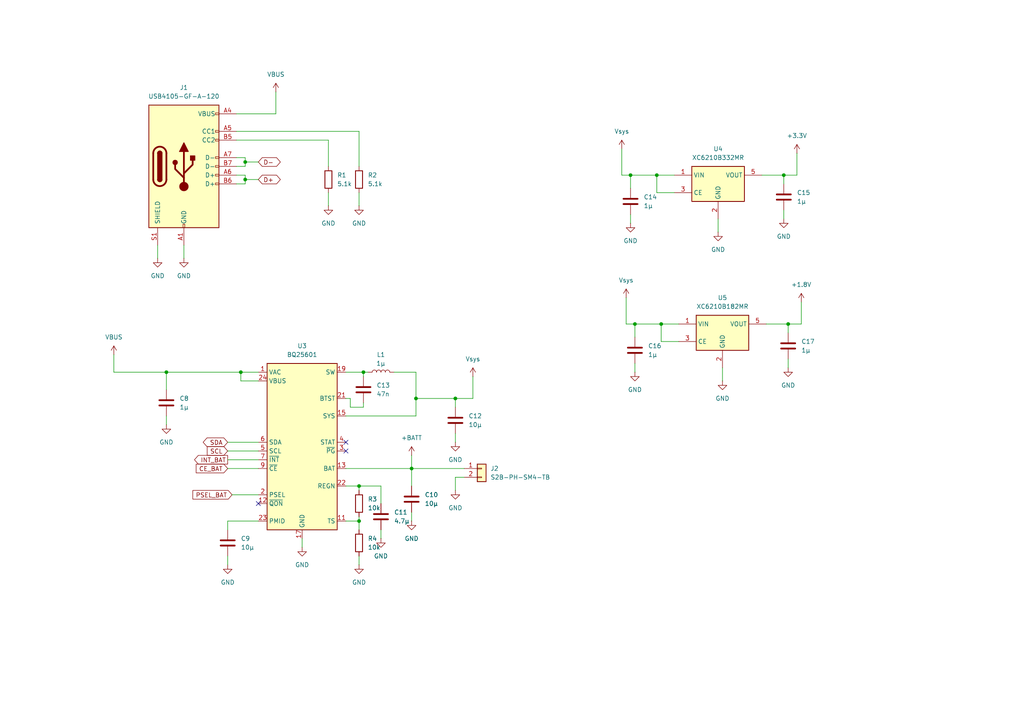
<source format=kicad_sch>
(kicad_sch (version 20250114) (generator "eeschema") (generator_version "9.0")
  (paper "A4")
  (lib_symbols
    (symbol "Battery_Management:BQ25601"
      (property "Reference" "U" (at -8.89 26.67 0))
      (property "Value" "BQ25601" (at 6.35 26.67 0))
      (symbol "BQ25601_0_1"
        (rectangle (start -10.16 -22.86) (end 10.16 25.4) (stroke (width 0.254)) (fill (type background)))
      )
      (symbol "BQ25601_1_1"
        (pin input line (at -12.7 22.86 0) (length 2.54) (name "VAC") (number "1"))
        (pin power_in line (at -12.7 20.32 0) (length 2.54) (name "VBUS") (number "24"))
        (pin bidirectional line (at -12.7 2.54 0) (length 2.54) (name "SDA") (number "6"))
        (pin input line (at -12.7 0 0) (length 2.54) (name "SCL") (number "5"))
        (pin open_collector line (at -12.7 -2.54 0) (length 2.54) (name "~{INT}") (number "7"))
        (pin input line (at -12.7 -5.08 0) (length 2.54) (name "~{CE}") (number "9"))
        (pin input line (at -12.7 -12.7 0) (length 2.54) (name "PSEL") (number "2"))
        (pin input line (at -12.7 -15.24 0) (length 2.54) (name "~{QON}") (number "12"))
        (pin passive line (at -12.7 -20.32 0) (length 2.54) (name "PMID") (number "23"))
        (pin no_connect line (at -10.16 15.24 0) (length 2.54) (hide yes) (name "NC") (number "8"))
        (pin no_connect line (at -10.16 12.7 0) (length 2.54) (hide yes) (name "NC") (number "10"))
        (pin power_in line (at 0 -25.4 90) (length 2.54) (name "GND") (number "17"))
        (pin passive line (at 0 -25.4 90) (length 2.54) (hide yes) (name "GND") (number "18"))
        (pin passive line (at 0 -25.4 90) (length 2.54) (hide yes) (name "GND") (number "25"))
        (pin passive line (at 12.7 22.86 180) (length 2.54) (name "SW") (number "19"))
        (pin passive line (at 12.7 22.86 180) (length 2.54) (hide yes) (name "SW") (number "20"))
        (pin input line (at 12.7 15.24 180) (length 2.54) (name "BTST") (number "21"))
        (pin passive line (at 12.7 10.16 180) (length 2.54) (name "SYS") (number "15"))
        (pin passive line (at 12.7 10.16 180) (length 2.54) (hide yes) (name "SYS") (number "16"))
        (pin open_collector line (at 12.7 2.54 180) (length 2.54) (name "STAT") (number "4"))
        (pin open_collector line (at 12.7 0 180) (length 2.54) (name "~{PG}") (number "3"))
        (pin power_in line (at 12.7 -5.08 180) (length 2.54) (name "BAT") (number "13"))
        (pin passive line (at 12.7 -5.08 180) (length 2.54) (hide yes) (name "BAT") (number "14"))
        (pin passive line (at 12.7 -10.16 180) (length 2.54) (name "REGN") (number "22"))
        (pin passive line (at 12.7 -20.32 180) (length 2.54) (name "TS") (number "11"))
      )
    )
    (symbol "Connector:USB_C_Receptacle_USB2.0_14P" (pin_names (offset 1.016))
      (property "Reference" "J" (at 0 22.225 0))
      (property "Value" "USB_C_Receptacle_USB2.0_14P" (at 0 19.685 0))
      (symbol "USB_C_Receptacle_USB2.0_14P_0_0"
        (rectangle (start -0.254 -17.78) (end 0.254 -16.764))
        (rectangle (start 10.16 15.494) (end 9.144 14.986))
        (rectangle (start 10.16 10.414) (end 9.144 9.906))
        (rectangle (start 10.16 7.874) (end 9.144 7.366))
        (rectangle (start 10.16 2.794) (end 9.144 2.286))
        (rectangle (start 10.16 0.254) (end 9.144 -0.254))
        (rectangle (start 10.16 -2.286) (end 9.144 -2.794))
        (rectangle (start 10.16 -4.826) (end 9.144 -5.334))
      )
      (symbol "USB_C_Receptacle_USB2.0_14P_0_1"
        (rectangle (start -10.16 17.78) (end 10.16 -17.78) (stroke (width 0.254)) (fill (type background)))
        (polyline (pts (xy -8.89 -3.81) (xy -8.89 3.81)) (stroke (width 0.508)))
        (rectangle (start -7.62 -3.81) (end -6.35 3.81) (stroke (width 0.254)) (fill (type outline)))
        (arc (start -7.62 3.81) (mid -6.985 4.4423) (end -6.35 3.81) (stroke (width 0.254)))
        (arc (start -7.62 3.81) (mid -6.985 4.4423) (end -6.35 3.81) (stroke (width 0.254)) (fill (type outline)))
        (arc (start -8.89 3.81) (mid -6.985 5.7067) (end -5.08 3.81) (stroke (width 0.508)))
        (arc (start -5.08 -3.81) (mid -6.985 -5.7067) (end -8.89 -3.81) (stroke (width 0.508)))
        (arc (start -6.35 -3.81) (mid -6.985 -4.4423) (end -7.62 -3.81) (stroke (width 0.254)))
        (arc (start -6.35 -3.81) (mid -6.985 -4.4423) (end -7.62 -3.81) (stroke (width 0.254)) (fill (type outline)))
        (polyline (pts (xy -5.08 3.81) (xy -5.08 -3.81)) (stroke (width 0.508)))
        (circle (center -2.54 1.143) (radius 0.635) (stroke (width 0.254)) (fill (type outline)))
        (polyline (pts (xy -1.27 4.318) (xy 0 6.858) (xy 1.27 4.318) (xy -1.27 4.318)) (stroke (width 0.254)) (fill (type outline)))
        (polyline (pts (xy 0 -2.032) (xy 2.54 0.508) (xy 2.54 1.778)) (stroke (width 0.508)))
        (polyline (pts (xy 0 -3.302) (xy -2.54 -0.762) (xy -2.54 0.508)) (stroke (width 0.508)))
        (polyline (pts (xy 0 -5.842) (xy 0 4.318)) (stroke (width 0.508)))
        (circle (center 0 -5.842) (radius 1.27) (fill (type outline)))
        (rectangle (start 1.905 1.778) (end 3.175 3.048) (stroke (width 0.254)) (fill (type outline)))
      )
      (symbol "USB_C_Receptacle_USB2.0_14P_1_1"
        (pin passive line (at -7.62 -22.86 90) (length 5.08) (name "SHIELD") (number "S1"))
        (pin passive line (at 0 -22.86 90) (length 5.08) (name "GND") (number "A1"))
        (pin passive line (at 0 -22.86 90) (length 5.08) (hide yes) (name "GND") (number "A12"))
        (pin passive line (at 0 -22.86 90) (length 5.08) (hide yes) (name "GND") (number "B1"))
        (pin passive line (at 0 -22.86 90) (length 5.08) (hide yes) (name "GND") (number "B12"))
        (pin passive line (at 15.24 15.24 180) (length 5.08) (name "VBUS") (number "A4"))
        (pin passive line (at 15.24 15.24 180) (length 5.08) (hide yes) (name "VBUS") (number "A9"))
        (pin passive line (at 15.24 15.24 180) (length 5.08) (hide yes) (name "VBUS") (number "B4"))
        (pin passive line (at 15.24 15.24 180) (length 5.08) (hide yes) (name "VBUS") (number "B9"))
        (pin bidirectional line (at 15.24 10.16 180) (length 5.08) (name "CC1") (number "A5"))
        (pin bidirectional line (at 15.24 7.62 180) (length 5.08) (name "CC2") (number "B5"))
        (pin bidirectional line (at 15.24 2.54 180) (length 5.08) (name "D-") (number "A7"))
        (pin bidirectional line (at 15.24 0 180) (length 5.08) (name "D-") (number "B7"))
        (pin bidirectional line (at 15.24 -2.54 180) (length 5.08) (name "D+") (number "A6"))
        (pin bidirectional line (at 15.24 -5.08 180) (length 5.08) (name "D+") (number "B6"))
      )
    )
    (symbol "Connector_Generic:Conn_01x02" (pin_names (offset 1.016) (hide yes))
      (property "Reference" "J" (at 0 2.54 0))
      (property "Value" "Conn_01x02" (at 0 -5.08 0))
      (symbol "Conn_01x02_1_1"
        (rectangle (start -1.27 1.27) (end 1.27 -3.81) (stroke (width 0.254)) (fill (type background)))
        (rectangle (start -1.27 0.127) (end 0 -0.127) (stroke (width 0.1524)))
        (rectangle (start -1.27 -2.413) (end 0 -2.667) (stroke (width 0.1524)))
        (pin passive line (at -5.08 0 0) (length 3.81) (name "Pin_1") (number "1"))
        (pin passive line (at -5.08 -2.54 0) (length 3.81) (name "Pin_2") (number "2"))
      )
    )
    (symbol "Device:C" (pin_numbers (hide yes)) (pin_names (offset 0.254))
      (property "Reference" "C" (at 0.635 2.54 0))
      (property "Value" "C" (at 0.635 -2.54 0))
      (symbol "C_0_1"
        (polyline (pts (xy -2.032 0.762) (xy 2.032 0.762)) (stroke (width 0.508)))
        (polyline (pts (xy -2.032 -0.762) (xy 2.032 -0.762)) (stroke (width 0.508)))
      )
      (symbol "C_1_1"
        (pin passive line (at 0 3.81 270) (length 2.794) (name "~") (number "1"))
        (pin passive line (at 0 -3.81 90) (length 2.794) (name "~") (number "2"))
      )
    )
    (symbol "Device:L" (pin_numbers (hide yes)) (pin_names (offset 1.016) (hide yes))
      (property "Reference" "L" (at -1.27 0 90))
      (property "Value" "L" (at 1.905 0 90))
      (symbol "L_0_1"
        (arc (start 0 2.54) (mid 0.6323 1.905) (end 0 1.27))
        (arc (start 0 1.27) (mid 0.6323 0.635) (end 0 0))
        (arc (start 0 0) (mid 0.6323 -0.635) (end 0 -1.27))
        (arc (start 0 -1.27) (mid 0.6323 -1.905) (end 0 -2.54))
      )
      (symbol "L_1_1"
        (pin passive line (at 0 3.81 270) (length 1.27) (name "1") (number "1"))
        (pin passive line (at 0 -3.81 90) (length 1.27) (name "2") (number "2"))
      )
    )
    (symbol "Device:R" (pin_numbers (hide yes)) (pin_names (offset 0))
      (property "Reference" "R" (at 2.032 0 90))
      (property "Value" "R" (at 0 0 90))
      (symbol "R_0_1"
        (rectangle (start -1.016 -2.54) (end 1.016 2.54) (stroke (width 0.254)))
      )
      (symbol "R_1_1"
        (pin passive line (at 0 3.81 270) (length 1.27) (name "~") (number "1"))
        (pin passive line (at 0 -3.81 90) (length 1.27) (name "~") (number "2"))
      )
    )
    (symbol "Regulator_Linear:XC6210B332MR"
      (property "Reference" "U" (at 0 8.89 0))
      (property "Value" "XC6210B332MR" (at 0 6.35 0))
      (symbol "XC6210B332MR_0_1"
        (rectangle (start -7.62 5.08) (end 7.62 -5.08) (stroke (width 0.254)) (fill (type background)))
      )
      (symbol "XC6210B332MR_1_1"
        (pin power_in line (at -12.7 2.54 0) (length 5.08) (name "VIN") (number "1"))
        (pin input line (at -12.7 -2.54 0) (length 5.08) (name "CE") (number "3"))
        (pin power_in line (at 0 -10.16 90) (length 5.08) (name "GND") (number "2"))
        (pin no_connect line (at 7.62 -2.54 180) (length 5.08) (hide yes) (name "NC") (number "4"))
        (pin power_out line (at 12.7 2.54 180) (length 5.08) (name "VOUT") (number "5"))
      )
    )
    (symbol "power:+3.3V" (power) (pin_numbers (hide yes)) (pin_names (offset 0) (hide yes))
      (property "Value" "+3.3V" (at 0 3.556 0))
      (symbol "+3.3V_0_1"
        (polyline (pts (xy -0.762 1.27) (xy 0 2.54)))
        (polyline (pts (xy 0 2.54) (xy 0.762 1.27)))
        (polyline (pts (xy 0 0) (xy 0 2.54)))
      )
      (symbol "+3.3V_1_1"
        (pin power_in line (at 0 0 90) (length 0) (name "~") (number "1"))
      )
    )
    (symbol "power:+BATT" (power) (pin_numbers (hide yes)) (pin_names (offset 0) (hide yes))
      (property "Value" "+BATT" (at 0 3.556 0))
      (symbol "+BATT_0_1"
        (polyline (pts (xy -0.762 1.27) (xy 0 2.54)))
        (polyline (pts (xy 0 2.54) (xy 0.762 1.27)))
        (polyline (pts (xy 0 0) (xy 0 2.54)))
      )
      (symbol "+BATT_1_1"
        (pin power_in line (at 0 0 90) (length 0) (name "~") (number "1"))
      )
    )
    (symbol "power:GND" (power) (pin_numbers (hide yes)) (pin_names (offset 0) (hide yes))
      (property "Value" "GND" (at 0 -3.81 0))
      (symbol "GND_0_1"
        (polyline (pts (xy 0 0) (xy 0 -1.27) (xy 1.27 -1.27) (xy 0 -2.54) (xy -1.27 -1.27) (xy 0 -1.27)))
      )
      (symbol "GND_1_1"
        (pin power_in line (at 0 0 270) (length 0) (name "~") (number "1"))
      )
    )
    (symbol "power:VBUS" (power) (pin_numbers (hide yes)) (pin_names (offset 0) (hide yes))
      (property "Value" "VBUS" (at 0 3.556 0))
      (symbol "VBUS_0_1"
        (polyline (pts (xy -0.762 1.27) (xy 0 2.54)))
        (polyline (pts (xy 0 2.54) (xy 0.762 1.27)))
        (polyline (pts (xy 0 0) (xy 0 2.54)))
      )
      (symbol "VBUS_1_1"
        (pin power_in line (at 0 0 90) (length 0) (name "~") (number "1"))
      )
    )
  )
  (junction (at 182.88 50.8))
  (junction (at 71.12 52.07))
  (junction (at 48.26 107.95))
  (junction (at 227.33 50.8))
  (junction (at 104.14 151.13))
  (junction (at 184.15 93.98))
  (junction (at 69.85 107.95))
  (junction (at 120.65 115.57))
  (junction (at 105.41 107.95))
  (junction (at 104.14 140.97))
  (junction (at 190.5 50.8))
  (junction (at 132.08 115.57))
  (junction (at 228.6 93.98))
  (junction (at 119.38 135.89))
  (junction (at 71.12 46.99))
  (junction (at 191.77 93.98))
  (no_connect (at 100.33 128.27))
  (no_connect (at 100.33 130.81))
  (no_connect (at 74.93 146.05))
  (wire (pts (xy 66.04 130.81) (xy 74.93 130.81)))
  (wire (pts (xy 184.15 105.41) (xy 184.15 107.95)))
  (wire (pts (xy 196.85 93.98) (xy 191.77 93.98)))
  (wire (pts (xy 228.6 93.98) (xy 232.41 93.98)))
  (wire (pts (xy 48.26 120.65) (xy 48.26 123.19)))
  (wire (pts (xy 95.25 48.26) (xy 95.25 40.64)))
  (wire (pts (xy 184.15 93.98) (xy 184.15 97.79)))
  (wire (pts (xy 184.15 93.98) (xy 181.61 93.98)))
  (wire (pts (xy 119.38 132.08) (xy 119.38 135.89)))
  (wire (pts (xy 68.58 33.02) (xy 80.01 33.02)))
  (wire (pts (xy 104.14 140.97) (xy 104.14 142.24)))
  (wire (pts (xy 105.41 107.95) (xy 105.41 109.22)))
  (wire (pts (xy 80.01 33.02) (xy 80.01 26.67)))
  (wire (pts (xy 134.62 138.43) (xy 132.08 138.43)))
  (wire (pts (xy 101.6 118.11) (xy 101.6 115.57)))
  (wire (pts (xy 190.5 55.88) (xy 190.5 50.8)))
  (wire (pts (xy 119.38 148.59) (xy 119.38 151.13)))
  (wire (pts (xy 100.33 115.57) (xy 101.6 115.57)))
  (wire (pts (xy 100.33 135.89) (xy 119.38 135.89)))
  (wire (pts (xy 105.41 116.84) (xy 105.41 118.11)))
  (wire (pts (xy 227.33 60.96) (xy 227.33 63.5)))
  (wire (pts (xy 132.08 125.73) (xy 132.08 128.27)))
  (wire (pts (xy 180.34 50.8) (xy 180.34 43.18)))
  (wire (pts (xy 190.5 50.8) (xy 182.88 50.8)))
  (wire (pts (xy 231.14 50.8) (xy 231.14 44.45)))
  (wire (pts (xy 227.33 50.8) (xy 227.33 53.34)))
  (wire (pts (xy 191.77 99.06) (xy 191.77 93.98)))
  (wire (pts (xy 71.12 46.99) (xy 74.93 46.99)))
  (wire (pts (xy 33.02 102.87) (xy 33.02 107.95)))
  (wire (pts (xy 100.33 151.13) (xy 104.14 151.13)))
  (wire (pts (xy 132.08 115.57) (xy 137.16 115.57)))
  (wire (pts (xy 227.33 50.8) (xy 231.14 50.8)))
  (wire (pts (xy 208.28 63.5) (xy 208.28 67.31)))
  (wire (pts (xy 71.12 48.26) (xy 71.12 46.99)))
  (wire (pts (xy 95.25 40.64) (xy 68.58 40.64)))
  (wire (pts (xy 69.85 110.49) (xy 69.85 107.95)))
  (wire (pts (xy 68.58 48.26) (xy 71.12 48.26)))
  (wire (pts (xy 66.04 128.27) (xy 74.93 128.27)))
  (wire (pts (xy 66.04 133.35) (xy 74.93 133.35)))
  (wire (pts (xy 71.12 52.07) (xy 74.93 52.07)))
  (wire (pts (xy 68.58 53.34) (xy 71.12 53.34)))
  (wire (pts (xy 120.65 120.65) (xy 120.65 115.57)))
  (wire (pts (xy 104.14 151.13) (xy 104.14 153.67)))
  (wire (pts (xy 119.38 135.89) (xy 119.38 140.97)))
  (wire (pts (xy 100.33 120.65) (xy 120.65 120.65)))
  (wire (pts (xy 53.34 71.12) (xy 53.34 74.93)))
  (wire (pts (xy 132.08 138.43) (xy 132.08 142.24)))
  (wire (pts (xy 68.58 50.8) (xy 71.12 50.8)))
  (wire (pts (xy 182.88 62.23) (xy 182.88 64.77)))
  (wire (pts (xy 71.12 45.72) (xy 71.12 46.99)))
  (wire (pts (xy 120.65 107.95) (xy 120.65 115.57)))
  (wire (pts (xy 182.88 50.8) (xy 182.88 54.61)))
  (wire (pts (xy 68.58 45.72) (xy 71.12 45.72)))
  (wire (pts (xy 67.31 143.51) (xy 74.93 143.51)))
  (wire (pts (xy 74.93 151.13) (xy 66.04 151.13)))
  (wire (pts (xy 195.58 50.8) (xy 190.5 50.8)))
  (wire (pts (xy 222.25 93.98) (xy 228.6 93.98)))
  (wire (pts (xy 110.49 153.67) (xy 110.49 156.21)))
  (wire (pts (xy 104.14 161.29) (xy 104.14 163.83)))
  (wire (pts (xy 120.65 115.57) (xy 132.08 115.57)))
  (wire (pts (xy 195.58 55.88) (xy 190.5 55.88)))
  (wire (pts (xy 100.33 140.97) (xy 104.14 140.97)))
  (wire (pts (xy 196.85 99.06) (xy 191.77 99.06)))
  (wire (pts (xy 48.26 113.03) (xy 48.26 107.95)))
  (wire (pts (xy 33.02 107.95) (xy 48.26 107.95)))
  (wire (pts (xy 71.12 50.8) (xy 71.12 52.07)))
  (wire (pts (xy 74.93 110.49) (xy 69.85 110.49)))
  (wire (pts (xy 182.88 50.8) (xy 180.34 50.8)))
  (wire (pts (xy 119.38 135.89) (xy 134.62 135.89)))
  (wire (pts (xy 95.25 55.88) (xy 95.25 59.69)))
  (wire (pts (xy 220.98 50.8) (xy 227.33 50.8)))
  (wire (pts (xy 66.04 161.29) (xy 66.04 163.83)))
  (wire (pts (xy 132.08 115.57) (xy 132.08 118.11)))
  (wire (pts (xy 104.14 55.88) (xy 104.14 59.69)))
  (wire (pts (xy 69.85 107.95) (xy 74.93 107.95)))
  (wire (pts (xy 105.41 118.11) (xy 101.6 118.11)))
  (wire (pts (xy 191.77 93.98) (xy 184.15 93.98)))
  (wire (pts (xy 104.14 48.26) (xy 104.14 38.1)))
  (wire (pts (xy 104.14 149.86) (xy 104.14 151.13)))
  (wire (pts (xy 228.6 104.14) (xy 228.6 106.68)))
  (wire (pts (xy 104.14 38.1) (xy 68.58 38.1)))
  (wire (pts (xy 104.14 140.97) (xy 110.49 140.97)))
  (wire (pts (xy 110.49 140.97) (xy 110.49 146.05)))
  (wire (pts (xy 137.16 109.22) (xy 137.16 115.57)))
  (wire (pts (xy 114.3 107.95) (xy 120.65 107.95)))
  (wire (pts (xy 100.33 107.95) (xy 105.41 107.95)))
  (wire (pts (xy 228.6 93.98) (xy 228.6 96.52)))
  (wire (pts (xy 66.04 135.89) (xy 74.93 135.89)))
  (wire (pts (xy 48.26 107.95) (xy 69.85 107.95)))
  (wire (pts (xy 71.12 53.34) (xy 71.12 52.07)))
  (wire (pts (xy 66.04 151.13) (xy 66.04 153.67)))
  (wire (pts (xy 209.55 106.68) (xy 209.55 110.49)))
  (wire (pts (xy 232.41 93.98) (xy 232.41 87.63)))
  (wire (pts (xy 105.41 107.95) (xy 106.68 107.95)))
  (wire (pts (xy 45.72 71.12) (xy 45.72 74.93)))
  (wire (pts (xy 87.63 156.21) (xy 87.63 158.75)))
  (wire (pts (xy 181.61 93.98) (xy 181.61 86.36)))
  (global_label "SCL" (shape input) (at 66.04 130.81 180) (property "Intersheetrefs" "${INTERSHEET_REFS}" (effects (hide yes))))
  (global_label "SDA" (shape bidirectional) (at 66.04 128.27 180) (property "Intersheetrefs" "${INTERSHEET_REFS}" (effects (hide yes))))
  (global_label "CE_BAT" (shape input) (at 66.04 135.89 180) (property "Intersheetrefs" "${INTERSHEET_REFS}" (effects (hide yes))))
  (global_label "INT_BAT" (shape output) (at 66.04 133.35 180) (property "Intersheetrefs" "${INTERSHEET_REFS}" (effects (hide yes))))
  (global_label "D+" (shape bidirectional) (at 74.93 52.07 0) (property "Intersheetrefs" "${INTERSHEET_REFS}" (effects (hide yes))))
  (global_label "PSEL_BAT" (shape input) (at 67.31 143.51 180) (property "Intersheetrefs" "${INTERSHEET_REFS}" (effects (hide yes))))
  (global_label "D-" (shape bidirectional) (at 74.93 46.99 0) (property "Intersheetrefs" "${INTERSHEET_REFS}" (effects (hide yes))))
  (symbol (lib_id "power:GND") (at 104.14 163.83 0) (unit 1)
    (property "Reference" "#PWR043" (effects (hide yes)))
    (property "Value" "GND" (at 104.14 168.91 0))
    (property "Description" "Power symbol creates a global label with name \"GND\" , ground" (effects (hide yes)))
  )
  (symbol (lib_id "power:GND") (at 227.33 63.5 0) (unit 1)
    (property "Reference" "#PWR047" (effects (hide yes)))
    (property "Value" "GND" (at 227.33 68.58 0))
    (property "Description" "Power symbol creates a global label with name \"GND\" , ground" (effects (hide yes)))
  )
  (symbol (lib_id "power:GND") (at 119.38 151.13 0) (unit 1)
    (property "Reference" "#PWR037" (effects (hide yes)))
    (property "Value" "GND" (at 119.38 156.21 0))
    (property "Description" "Power symbol creates a global label with name \"GND\" , ground" (effects (hide yes)))
  )
  (symbol (lib_id "Regulator_Linear:XC6210B332MR") (at 209.55 96.52 0) (unit 1)
    (property "Reference" "U5" (at 209.55 86.36 0))
    (property "Value" "XC6210B182MR" (at 209.55 88.9 0))
    (property "Footprint" "Package_TO_SOT_SMD:SOT-23-5" (effects (hide yes)))
    (property "Datasheet" "https://www.torexsemi.com/file/xc6210/XC6210.pdf" (effects (hide yes)))
    (property "Description" "700mA, Low Drop-out Voltage Regulator, Fixed Output 3.3V, SOT-23-5" (effects (hide yes)))
  )
  (symbol (lib_id "power:VBUS") (at 137.16 109.22 0) (unit 1)
    (property "Reference" "#PWR041" (effects (hide yes)))
    (property "Value" "Vsys" (at 137.16 104.14 0))
    (property "Description" "Power symbol creates a global label with name \"VBUS\"" (effects (hide yes)))
  )
  (symbol (lib_id "power:GND") (at 184.15 107.95 0) (unit 1)
    (property "Reference" "#PWR050" (effects (hide yes)))
    (property "Value" "GND" (at 184.15 113.03 0))
    (property "Description" "Power symbol creates a global label with name \"GND\" , ground" (effects (hide yes)))
  )
  (symbol (lib_id "power:VBUS") (at 180.34 43.18 0) (unit 1)
    (property "Reference" "#PWR045" (effects (hide yes)))
    (property "Value" "Vsys" (at 180.34 38.1 0))
    (property "Description" "Power symbol creates a global label with name \"VBUS\"" (effects (hide yes)))
  )
  (symbol (lib_id "power:GND") (at 132.08 128.27 0) (unit 1)
    (property "Reference" "#PWR040" (effects (hide yes)))
    (property "Value" "GND" (at 132.08 133.35 0))
    (property "Description" "Power symbol creates a global label with name \"GND\" , ground" (effects (hide yes)))
  )
  (symbol (lib_id "Device:C") (at 132.08 121.92 0) (unit 1)
    (property "Reference" "C12" (at 135.89 120.6499 0) (effects (justify left)))
    (property "Value" "10µ" (at 135.89 123.1899 0) (effects (justify left)))
    (property "Footprint" "Capacitor_SMD:C_0805_2012Metric" (effects (hide yes)))
    (property "Description" "Unpolarized capacitor" (effects (hide yes)))
  )
  (symbol (lib_id "Device:R") (at 95.25 52.07 0) (unit 1)
    (property "Reference" "R1" (at 97.79 50.7999 0) (effects (justify left)))
    (property "Value" "5.1k" (at 97.79 53.3399 0) (effects (justify left)))
    (property "Footprint" "Resistor_SMD:R_0805_2012Metric" (effects (hide yes)))
    (property "Description" "Resistor" (effects (hide yes)))
  )
  (symbol (lib_id "power:GND") (at 182.88 64.77 0) (unit 1)
    (property "Reference" "#PWR046" (effects (hide yes)))
    (property "Value" "GND" (at 182.88 69.85 0))
    (property "Description" "Power symbol creates a global label with name \"GND\" , ground" (effects (hide yes)))
  )
  (symbol (lib_id "power:GND") (at 228.6 106.68 0) (unit 1)
    (property "Reference" "#PWR052" (effects (hide yes)))
    (property "Value" "GND" (at 228.6 111.76 0))
    (property "Description" "Power symbol creates a global label with name \"GND\" , ground" (effects (hide yes)))
  )
  (symbol (lib_id "power:GND") (at 45.72 74.93 0) (unit 1)
    (property "Reference" "#PWR031" (effects (hide yes)))
    (property "Value" "GND" (at 45.72 80.01 0))
    (property "Description" "Power symbol creates a global label with name \"GND\" , ground" (effects (hide yes)))
  )
  (symbol (lib_id "power:VBUS") (at 33.02 102.87 0) (unit 1)
    (property "Reference" "#PWR034" (effects (hide yes)))
    (property "Value" "VBUS" (at 33.02 97.79 0))
    (property "Description" "Power symbol creates a global label with name \"VBUS\"" (effects (hide yes)))
  )
  (symbol (lib_id "power:VBUS") (at 80.01 26.67 0) (unit 1)
    (property "Reference" "#PWR028" (effects (hide yes)))
    (property "Value" "VBUS" (at 80.01 21.59 0))
    (property "Description" "Power symbol creates a global label with name \"VBUS\"" (effects (hide yes)))
  )
  (symbol (lib_id "Device:C") (at 182.88 58.42 0) (unit 1)
    (property "Reference" "C14" (at 186.69 57.1499 0) (effects (justify left)))
    (property "Value" "1µ" (at 186.69 59.6899 0) (effects (justify left)))
    (property "Footprint" "Capacitor_SMD:C_0805_2012Metric" (effects (hide yes)))
    (property "Description" "Unpolarized capacitor" (effects (hide yes)))
  )
  (symbol (lib_id "power:GND") (at 53.34 74.93 0) (unit 1)
    (property "Reference" "#PWR032" (effects (hide yes)))
    (property "Value" "GND" (at 53.34 80.01 0))
    (property "Description" "Power symbol creates a global label with name \"GND\" , ground" (effects (hide yes)))
  )
  (symbol (lib_id "power:GND") (at 48.26 123.19 0) (unit 1)
    (property "Reference" "#PWR033" (effects (hide yes)))
    (property "Value" "GND" (at 48.26 128.27 0))
    (property "Description" "Power symbol creates a global label with name \"GND\" , ground" (effects (hide yes)))
  )
  (symbol (lib_id "power:GND") (at 209.55 110.49 0) (unit 1)
    (property "Reference" "#PWR051" (effects (hide yes)))
    (property "Value" "GND" (at 209.55 115.57 0))
    (property "Description" "Power symbol creates a global label with name \"GND\" , ground" (effects (hide yes)))
  )
  (symbol (lib_id "Device:C") (at 119.38 144.78 0) (unit 1)
    (property "Reference" "C10" (at 123.19 143.5099 0) (effects (justify left)))
    (property "Value" "10µ" (at 123.19 146.0499 0) (effects (justify left)))
    (property "Footprint" "Capacitor_SMD:C_0805_2012Metric" (effects (hide yes)))
    (property "Description" "Unpolarized capacitor" (effects (hide yes)))
  )
  (symbol (lib_id "power:VBUS") (at 181.61 86.36 0) (unit 1)
    (property "Reference" "#PWR049" (effects (hide yes)))
    (property "Value" "Vsys" (at 181.61 81.28 0))
    (property "Description" "Power symbol creates a global label with name \"VBUS\"" (effects (hide yes)))
  )
  (symbol (lib_id "power:GND") (at 208.28 67.31 0) (unit 1)
    (property "Reference" "#PWR044" (effects (hide yes)))
    (property "Value" "GND" (at 208.28 72.39 0))
    (property "Description" "Power symbol creates a global label with name \"GND\" , ground" (effects (hide yes)))
  )
  (symbol (lib_id "Device:R") (at 104.14 146.05 0) (unit 1)
    (property "Reference" "R3" (at 106.68 144.7799 0) (effects (justify left)))
    (property "Value" "10k" (at 106.68 147.3199 0) (effects (justify left)))
    (property "Footprint" "Resistor_SMD:R_0805_2012Metric" (effects (hide yes)))
    (property "Description" "Resistor" (effects (hide yes)))
  )
  (symbol (lib_id "Battery_Management:BQ25601") (at 87.63 130.81 0) (unit 1)
    (property "Reference" "U3" (at 87.63 100.33 0))
    (property "Value" "BQ25601" (at 87.63 102.87 0))
    (property "Footprint" "Package_DFN_QFN:Texas_RTW_WQFN-24-1EP_4x4mm_P0.5mm_EP2.7x2.7mm_ThermalVias" (effects (hide yes)))
    (property "Datasheet" "http://www.ti.com/lit/ds/symlink/bq25601.pdf" (effects (hide yes)))
    (property "Description" "I2C Controlled 3A Single-Cell Battery Charger for High Input Voltage and Narrow Voltage DC Power Path Management, WQFN-32" (effects (hide yes)))
  )
  (symbol (lib_id "Device:C") (at 228.6 100.33 0) (unit 1)
    (property "Reference" "C17" (at 232.41 99.0599 0) (effects (justify left)))
    (property "Value" "1µ" (at 232.41 101.5999 0) (effects (justify left)))
    (property "Footprint" "Capacitor_SMD:C_0805_2012Metric" (effects (hide yes)))
    (property "Description" "Unpolarized capacitor" (effects (hide yes)))
  )
  (symbol (lib_id "power:+3.3V") (at 232.41 87.63 0) (unit 1)
    (property "Reference" "#PWR053" (effects (hide yes)))
    (property "Value" "+1.8V" (at 232.41 82.55 0))
    (property "Description" "Power symbol creates a global label with name \"+3.3V\"" (effects (hide yes)))
  )
  (symbol (lib_id "Device:C") (at 110.49 149.86 0) (unit 1)
    (property "Reference" "C11" (at 114.3 148.5899 0) (effects (justify left)))
    (property "Value" "4.7µ" (at 114.3 151.1299 0) (effects (justify left)))
    (property "Footprint" "Capacitor_SMD:C_0805_2012Metric" (effects (hide yes)))
    (property "Description" "Unpolarized capacitor" (effects (hide yes)))
  )
  (symbol (lib_id "Device:R") (at 104.14 52.07 0) (unit 1)
    (property "Reference" "R2" (at 106.68 50.7999 0) (effects (justify left)))
    (property "Value" "5.1k" (at 106.68 53.3399 0) (effects (justify left)))
    (property "Footprint" "Resistor_SMD:R_0805_2012Metric" (effects (hide yes)))
    (property "Description" "Resistor" (effects (hide yes)))
  )
  (symbol (lib_id "power:+BATT") (at 119.38 132.08 0) (unit 1)
    (property "Reference" "#PWR042" (effects (hide yes)))
    (property "Value" "+BATT" (at 119.38 127 0))
    (property "Description" "Power symbol creates a global label with name \"+BATT\"" (effects (hide yes)))
  )
  (symbol (lib_id "power:GND") (at 95.25 59.69 0) (unit 1)
    (property "Reference" "#PWR029" (effects (hide yes)))
    (property "Value" "GND" (at 95.25 64.77 0))
    (property "Description" "Power symbol creates a global label with name \"GND\" , ground" (effects (hide yes)))
  )
  (symbol (lib_id "Device:C") (at 105.41 113.03 0) (unit 1)
    (property "Reference" "C13" (at 109.22 111.7599 0) (effects (justify left)))
    (property "Value" "47n" (at 109.22 114.2999 0) (effects (justify left)))
    (property "Footprint" "Capacitor_SMD:C_0805_2012Metric" (effects (hide yes)))
    (property "Description" "Unpolarized capacitor" (effects (hide yes)))
  )
  (symbol (lib_id "power:GND") (at 104.14 59.69 0) (unit 1)
    (property "Reference" "#PWR030" (effects (hide yes)))
    (property "Value" "GND" (at 104.14 64.77 0))
    (property "Description" "Power symbol creates a global label with name \"GND\" , ground" (effects (hide yes)))
  )
  (symbol (lib_id "Device:L") (at 110.49 107.95 90) (unit 1)
    (property "Reference" "L1" (at 110.49 102.87 90))
    (property "Value" "1µ" (at 110.49 105.41 90))
    (property "Footprint" "Inductor_SMD:L_2010_5025Metric" (effects (hide yes)))
    (property "Description" "Inductor" (effects (hide yes)))
  )
  (symbol (lib_id "power:GND") (at 110.49 156.21 0) (unit 1)
    (property "Reference" "#PWR039" (effects (hide yes)))
    (property "Value" "GND" (at 110.49 161.29 0))
    (property "Description" "Power symbol creates a global label with name \"GND\" , ground" (effects (hide yes)))
  )
  (symbol (lib_id "Device:C") (at 184.15 101.6 0) (unit 1)
    (property "Reference" "C16" (at 187.96 100.3299 0) (effects (justify left)))
    (property "Value" "1µ" (at 187.96 102.8699 0) (effects (justify left)))
    (property "Footprint" "Capacitor_SMD:C_0805_2012Metric" (effects (hide yes)))
    (property "Description" "Unpolarized capacitor" (effects (hide yes)))
  )
  (symbol (lib_id "Regulator_Linear:XC6210B332MR") (at 208.28 53.34 0) (unit 1)
    (property "Reference" "U4" (at 208.28 43.18 0))
    (property "Value" "XC6210B332MR" (at 208.28 45.72 0))
    (property "Footprint" "Package_TO_SOT_SMD:SOT-23-5" (effects (hide yes)))
    (property "Datasheet" "https://www.torexsemi.com/file/xc6210/XC6210.pdf" (effects (hide yes)))
    (property "Description" "700mA, Low Drop-out Voltage Regulator, Fixed Output 3.3V, SOT-23-5" (effects (hide yes)))
  )
  (symbol (lib_id "Device:C") (at 48.26 116.84 0) (unit 1)
    (property "Reference" "C8" (at 52.07 115.5699 0) (effects (justify left)))
    (property "Value" "1µ" (at 52.07 118.1099 0) (effects (justify left)))
    (property "Footprint" "Capacitor_SMD:C_0805_2012Metric" (effects (hide yes)))
    (property "Description" "Unpolarized capacitor" (effects (hide yes)))
  )
  (symbol (lib_id "Connector_Generic:Conn_01x02") (at 139.7 135.89 0) (unit 1)
    (property "Reference" "J2" (at 142.24 135.8899 0) (effects (justify left)))
    (property "Value" "S2B-PH-SM4-TB" (at 142.24 138.4299 0) (effects (justify left)))
    (property "Footprint" "Connector_JST:JST_PH_S2B-PH-SM4-TB_1x02-1MP_P2.00mm_Horizontal" (effects (hide yes)))
    (property "Description" "Generic connector, single row, 01x02, script generated (kicad-library-utils/schlib/autogen/connector/)" (effects (hide yes)))
  )
  (symbol (lib_id "power:GND") (at 132.08 142.24 0) (unit 1)
    (property "Reference" "#PWR038" (effects (hide yes)))
    (property "Value" "GND" (at 132.08 147.32 0))
    (property "Description" "Power symbol creates a global label with name \"GND\" , ground" (effects (hide yes)))
  )
  (symbol (lib_id "power:GND") (at 66.04 163.83 0) (unit 1)
    (property "Reference" "#PWR036" (effects (hide yes)))
    (property "Value" "GND" (at 66.04 168.91 0))
    (property "Description" "Power symbol creates a global label with name \"GND\" , ground" (effects (hide yes)))
  )
  (symbol (lib_id "Device:C") (at 227.33 57.15 0) (unit 1)
    (property "Reference" "C15" (at 231.14 55.8799 0) (effects (justify left)))
    (property "Value" "1µ" (at 231.14 58.4199 0) (effects (justify left)))
    (property "Footprint" "Capacitor_SMD:C_0805_2012Metric" (effects (hide yes)))
    (property "Description" "Unpolarized capacitor" (effects (hide yes)))
  )
  (symbol (lib_id "power:+3.3V") (at 231.14 44.45 0) (unit 1)
    (property "Reference" "#PWR048" (effects (hide yes)))
    (property "Value" "+3.3V" (at 231.14 39.37 0))
    (property "Description" "Power symbol creates a global label with name \"+3.3V\"" (effects (hide yes)))
  )
  (symbol (lib_id "power:GND") (at 87.63 158.75 0) (unit 1)
    (property "Reference" "#PWR035" (effects (hide yes)))
    (property "Value" "GND" (at 87.63 163.83 0))
    (property "Description" "Power symbol creates a global label with name \"GND\" , ground" (effects (hide yes)))
  )
  (symbol (lib_id "Connector:USB_C_Receptacle_USB2.0_14P") (at 53.34 48.26 0) (unit 1)
    (property "Reference" "J1" (at 53.34 25.4 0))
    (property "Value" "USB4105-GF-A-120" (at 53.34 27.94 0))
    (property "Footprint" "Connector_USB:USB_C_Receptacle_GCT_USB4105-xx-A_16P_TopMnt_Horizontal" (effects (hide yes)))
    (property "Datasheet" "https://www.usb.org/sites/default/files/documents/usb_type-c.zip" (effects (hide yes)))
    (property "Description" "USB 2.0-only 14P Type-C Receptacle connector" (effects (hide yes)))
  )
  (symbol (lib_id "Device:R") (at 104.14 157.48 0) (unit 1)
    (property "Reference" "R4" (at 106.68 156.2099 0) (effects (justify left)))
    (property "Value" "10k" (at 106.68 158.7499 0) (effects (justify left)))
    (property "Footprint" "Resistor_SMD:R_0805_2012Metric" (effects (hide yes)))
    (property "Description" "Resistor" (effects (hide yes)))
  )
  (symbol (lib_id "Device:C") (at 66.04 157.48 0) (unit 1)
    (property "Reference" "C9" (at 69.85 156.2099 0) (effects (justify left)))
    (property "Value" "10µ" (at 69.85 158.7499 0) (effects (justify left)))
    (property "Footprint" "Capacitor_SMD:C_0805_2012Metric" (effects (hide yes)))
    (property "Description" "Unpolarized capacitor" (effects (hide yes)))
  )
)
</source>
